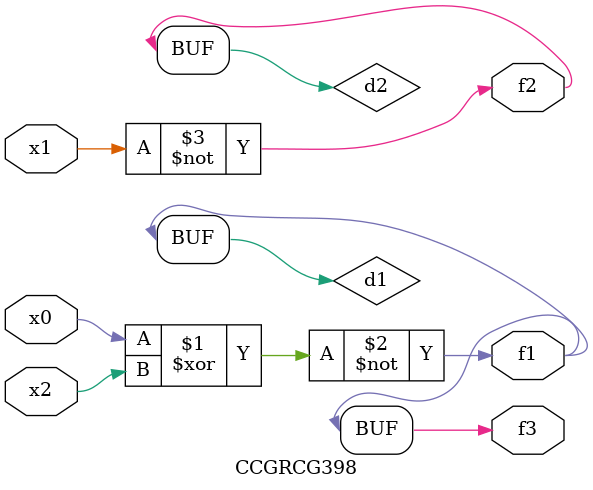
<source format=v>
module CCGRCG398(
	input x0, x1, x2,
	output f1, f2, f3
);

	wire d1, d2, d3;

	xnor (d1, x0, x2);
	nand (d2, x1);
	nor (d3, x1, x2);
	assign f1 = d1;
	assign f2 = d2;
	assign f3 = d1;
endmodule

</source>
